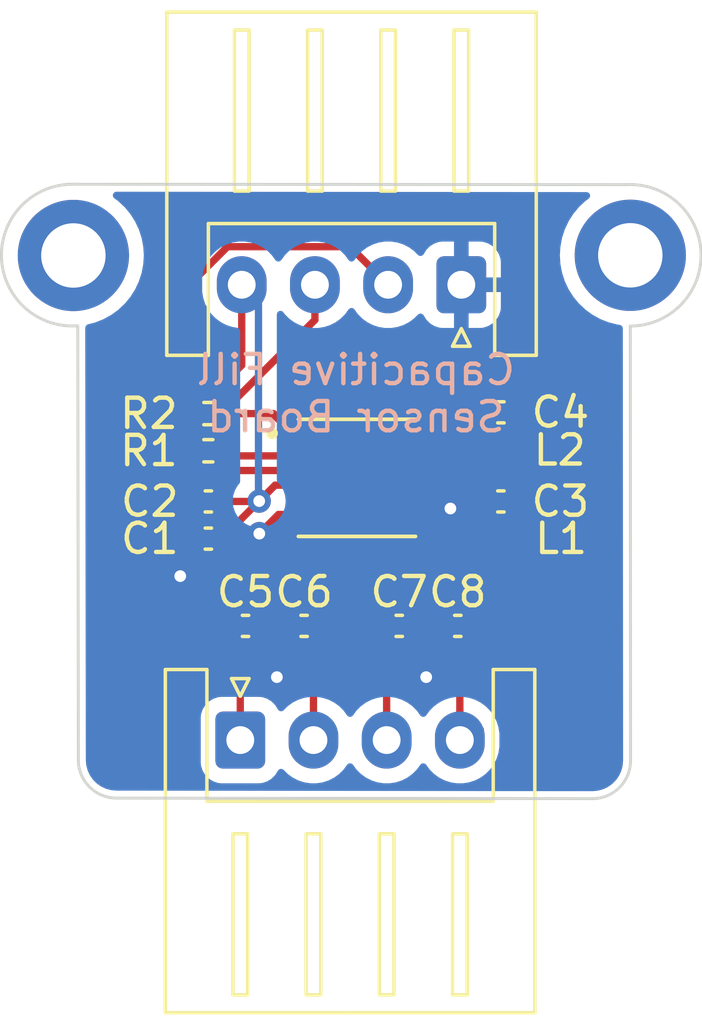
<source format=kicad_pcb>
(kicad_pcb (version 20240108) (generator "pcbnew") (generator_version "8.0")
  (layers (0 "F.Cu" signal) (1 "In1.Cu" power) (2 "In2.Cu" power) (31 "B.Cu" signal) (34 "B.Paste" user) (35 "F.Paste" user) (36 "B.SilkS" user "B.Silkscreen") (37 "F.SilkS" user "F.Silkscreen") (38 "B.Mask" user) (39 "F.Mask" user) (44 "Edge.Cuts" user))
  (net 0 "")
  (net 1 "VDD")
  (net 2 "GND")
  (net 3 "IN0A")
  (net 4 "IN0B")
  (net 5 "IN1A")
  (net 6 "IN1B")
  (net 7 "SDA")
  (net 8 "SCL")
  (footprint "Resistor_SMD:R_0402_1005Metric" (layer "F.Cu") (at 104.46 59 180)
    (property "Reference" "R2" (at 2.032 0 0) (layer "F.SilkS"))
    (property "Value" "1k" (hide yes))
    (fp_line (start -0.153641 0.38) (end 0.153641 0.38) (stroke (width 0.12)) (layer "F.SilkS"))
    (fp_line (start -0.153641 -0.38) (end 0.153641 -0.38) (stroke (width 0.12)) (layer "F.SilkS"))
    (pad "1" smd roundrect (at -0.51 0 180) (size 0.54 0.64) (layers "F.Cu" "F.Paste" "F.Mask") (net 8 "SCL"))
    (pad "2" smd roundrect (at 0.51 0 180) (size 0.54 0.64) (layers "F.Cu" "F.Paste" "F.Mask") (net 1 "VDD"))
  )
  (footprint "Capacitor_SMD:C_0402_1005Metric" (layer "F.Cu") (at 107.73 66.25)
    (property "Reference" "C6" (at 0 -1.16 0) (layer "F.SilkS"))
    (property "Value" "18p" (hide yes))
    (fp_line (start -0.107836 -0.36) (end 0.107836 -0.36) (stroke (width 0.12)) (layer "F.SilkS"))
    (fp_line (start -0.107836 0.36) (end 0.107836 0.36) (stroke (width 0.12)) (layer "F.SilkS"))
    (pad "1" smd roundrect (at -0.48 0) (size 0.56 0.62) (layers "F.Cu" "F.Paste" "F.Mask") (net 2 "GND"))
    (pad "2" smd roundrect (at 0.48 0) (size 0.56 0.62) (layers "F.Cu" "F.Paste" "F.Mask") (net 4 "IN0B"))
  )
  (footprint "MountingHole:MountingHole_2.2mm_M2_DIN965_Pad" (layer "F.Cu") (at 118.872 53.594)
    (property "Reference" "REF**" (hide yes))
    (property "Value" "MountingHole_2.2mm_M2_DIN965_Pad" (hide yes))
    (pad "1" thru_hole circle (at 0 0) (size 3.8 3.8) (drill 2.2) (layers "*.Cu" "*.Mask"))
  )
  (footprint "Connector_JST:JST_XH_S4B-XH-A_1x04_P2.50mm_Horizontal" (layer "F.Cu") (at 113.1 54.6 180)
    (property "Reference" "J1" (hide yes))
    (property "Value" "Conn_01x04_Pin" (hide yes))
    (fp_line (start 10.06 9.31) (end 10.06 -2.41) (stroke (width 0.12)) (layer "F.SilkS"))
    (fp_line (start 10.06 -2.41) (end 8.64 -2.41) (stroke (width 0.12)) (layer "F.SilkS"))
    (fp_line (start 8.64 2.09) (end 3.75 2.09) (stroke (width 0.12)) (layer "F.SilkS"))
    (fp_line (start 8.64 -2.41) (end 8.64 2.09) (stroke (width 0.12)) (layer "F.SilkS"))
    (fp_line (start 7.75 8.7) (end 7.75 3.2) (stroke (width 0.12)) (layer "F.SilkS"))
    (fp_line (start 7.75 3.2) (end 7.25 3.2) (stroke (width 0.12)) (layer "F.SilkS"))
    (fp_line (start 7.25 8.7) (end 7.75 8.7) (stroke (width 0.12)) (layer "F.SilkS"))
    (fp_line (start 7.25 3.2) (end 7.25 8.7) (stroke (width 0.12)) (layer "F.SilkS"))
    (fp_line (start 5.25 8.7) (end 5.25 3.2) (stroke (width 0.12)) (layer "F.SilkS"))
    (fp_line (start 5.25 3.2) (end 4.75 3.2) (stroke (width 0.12)) (layer "F.SilkS"))
    (fp_line (start 4.75 8.7) (end 5.25 8.7) (stroke (width 0.12)) (layer "F.SilkS"))
    (fp_line (start 4.75 3.2) (end 4.75 8.7) (stroke (width 0.12)) (layer "F.SilkS"))
    (fp_line (start 3.75 9.31) (end 10.06 9.31) (stroke (width 0.12)) (layer "F.SilkS"))
    (fp_line (start 3.75 9.31) (end -2.56 9.31) (stroke (width 0.12)) (layer "F.SilkS"))
    (fp_line (start 2.75 8.7) (end 2.75 3.2) (stroke (width 0.12)) (layer "F.SilkS"))
    (fp_line (start 2.75 3.2) (end 2.25 3.2) (stroke (width 0.12)) (layer "F.SilkS"))
    (fp_line (start 2.25 8.7) (end 2.75 8.7) (stroke (width 0.12)) (layer "F.SilkS"))
    (fp_line (start 2.25 3.2) (end 2.25 8.7) (stroke (width 0.12)) (layer "F.SilkS"))
    (fp_line (start 0.3 -2.1) (end 0 -1.5) (stroke (width 0.12)) (layer "F.SilkS"))
    (fp_line (start 0.25 8.7) (end 0.25 3.2) (stroke (width 0.12)) (layer "F.SilkS"))
    (fp_line (start 0.25 3.2) (end -0.25 3.2) (stroke (width 0.12)) (layer "F.SilkS"))
    (fp_line (start 0 -1.5) (end -0.3 -2.1) (stroke (width 0.12)) (layer "F.SilkS"))
    (fp_line (start -0.25 8.7) (end 0.25 8.7) (stroke (width 0.12)) (layer "F.SilkS"))
    (fp_line (start -0.25 3.2) (end -0.25 8.7) (stroke (width 0.12)) (layer "F.SilkS"))
    (fp_line (start -0.3 -2.1) (end 0.3 -2.1) (stroke (width 0.12)) (layer "F.SilkS"))
    (fp_line (start -1.14 2.09) (end 3.75 2.09) (stroke (width 0.12)) (layer "F.SilkS"))
    (fp_line (start -1.14 -2.41) (end -1.14 2.09) (stroke (width 0.12)) (layer "F.SilkS"))
    (fp_line (start -2.56 9.31) (end -2.56 -2.41) (stroke (width 0.12)) (layer "F.SilkS"))
    (fp_line (start -2.56 -2.41) (end -1.14 -2.41) (stroke (width 0.12)) (layer "F.SilkS"))
    (pad "1" thru_hole roundrect (at 0 0 180) (size 1.7 1.95) (drill 0.95) (layers "*.Cu" "*.Mask") (roundrect_rratio 0.147059) (net 2 "GND"))
    (pad "2" thru_hole oval (at 2.5 0 180) (size 1.7 1.95) (drill 0.95) (layers "*.Cu" "*.Mask") (net 7 "SDA"))
    (pad "3" thru_hole oval (at 5 0 180) (size 1.7 1.95) (drill 0.95) (layers "*.Cu" "*.Mask") (net 8 "SCL"))
    (pad "4" thru_hole oval (at 7.5 0 180) (size 1.7 1.95) (drill 0.95) (layers "*.Cu" "*.Mask") (net 1 "VDD"))
  )
  (footprint "Capacitor_SMD:C_0402_1005Metric" (layer "F.Cu") (at 104.46 62 180)
    (property "Reference" "C2" (at 2 0 180) (layer "F.SilkS"))
    (property "Value" "1u" (hide yes))
    (fp_line (start -0.107836 0.36) (end 0.107836 0.36) (stroke (width 0.12)) (layer "F.SilkS"))
    (fp_line (start -0.107836 -0.36) (end 0.107836 -0.36) (stroke (width 0.12)) (layer "F.SilkS"))
    (pad "1" smd roundrect (at -0.48 0 180) (size 0.56 0.62) (layers "F.Cu" "F.Paste" "F.Mask") (net 1 "VDD"))
    (pad "2" smd roundrect (at 0.48 0 180) (size 0.56 0.62) (layers "F.Cu" "F.Paste" "F.Mask") (net 2 "GND"))
  )
  (footprint "Inductor_SMD:L_0402_1005Metric" (layer "F.Cu") (at 114.452 63.27)
    (property "Reference" "L1" (at 2.055 0 180) (layer "F.SilkS"))
    (property "Value" "18u" (hide yes))
    (pad "1" smd roundrect (at -0.485 0) (size 0.59 0.64) (layers "F.Cu" "F.Paste" "F.Mask") (net 3 "IN0A"))
    (pad "2" smd roundrect (at 0.485 0) (size 0.59 0.64) (layers "F.Cu" "F.Paste" "F.Mask") (net 4 "IN0B"))
  )
  (footprint "Capacitor_SMD:C_0402_1005Metric" (layer "F.Cu") (at 104.46 63.27 180)
    (property "Reference" "C1" (at 2 0 180) (layer "F.SilkS"))
    (property "Value" "0.1u" (hide yes))
    (fp_line (start -0.107836 0.36) (end 0.107836 0.36) (stroke (width 0.12)) (layer "F.SilkS"))
    (fp_line (start -0.107836 -0.36) (end 0.107836 -0.36) (stroke (width 0.12)) (layer "F.SilkS"))
    (pad "1" smd roundrect (at -0.48 0 180) (size 0.56 0.62) (layers "F.Cu" "F.Paste" "F.Mask") (net 1 "VDD"))
    (pad "2" smd roundrect (at 0.48 0 180) (size 0.56 0.62) (layers "F.Cu" "F.Paste" "F.Mask") (net 2 "GND"))
  )
  (footprint "Resistor_SMD:R_0402_1005Metric" (layer "F.Cu") (at 104.46 60.27)
    (property "Reference" "R1" (at -2.032 0 0) (layer "F.SilkS"))
    (property "Value" "1k" (hide yes))
    (fp_line (start -0.153641 -0.38) (end 0.153641 -0.38) (stroke (width 0.12)) (layer "F.SilkS"))
    (fp_line (start -0.153641 0.38) (end 0.153641 0.38) (stroke (width 0.12)) (layer "F.SilkS"))
    (pad "1" smd roundrect (at -0.51 0) (size 0.54 0.64) (layers "F.Cu" "F.Paste" "F.Mask") (net 1 "VDD"))
    (pad "2" smd roundrect (at 0.51 0) (size 0.54 0.64) (layers "F.Cu" "F.Paste" "F.Mask") (net 7 "SDA"))
  )
  (footprint "Capacitor_SMD:C_0402_1005Metric" (layer "F.Cu") (at 114.452 62)
    (property "Reference" "C3" (at 2.032 0 0) (layer "F.SilkS"))
    (property "Value" "33p" (hide yes))
    (fp_line (start -0.107836 -0.36) (end 0.107836 -0.36) (stroke (width 0.12)) (layer "F.SilkS"))
    (fp_line (start -0.107836 0.36) (end 0.107836 0.36) (stroke (width 0.12)) (layer "F.SilkS"))
    (pad "1" smd roundrect (at -0.48 0) (size 0.56 0.62) (layers "F.Cu" "F.Paste" "F.Mask") (net 3 "IN0A"))
    (pad "2" smd roundrect (at 0.48 0) (size 0.56 0.62) (layers "F.Cu" "F.Paste" "F.Mask") (net 4 "IN0B"))
  )
  (footprint "Connector_JST:JST_XH_S4B-XH-A_1x04_P2.50mm_Horizontal" (layer "F.Cu") (at 105.55 70.15)
    (property "Reference" "J2" (hide yes))
    (property "Value" "Conn_01x04_Pin" (hide yes))
    (fp_line (start -2.56 -2.41) (end -1.14 -2.41) (stroke (width 0.12)) (layer "F.SilkS"))
    (fp_line (start -2.56 9.31) (end -2.56 -2.41) (stroke (width 0.12)) (layer "F.SilkS"))
    (fp_line (start -1.14 -2.41) (end -1.14 2.09) (stroke (width 0.12)) (layer "F.SilkS"))
    (fp_line (start -1.14 2.09) (end 3.75 2.09) (stroke (width 0.12)) (layer "F.SilkS"))
    (fp_line (start -0.3 -2.1) (end 0.3 -2.1) (stroke (width 0.12)) (layer "F.SilkS"))
    (fp_line (start -0.25 3.2) (end -0.25 8.7) (stroke (width 0.12)) (layer "F.SilkS"))
    (fp_line (start -0.25 8.7) (end 0.25 8.7) (stroke (width 0.12)) (layer "F.SilkS"))
    (fp_line (start 0 -1.5) (end -0.3 -2.1) (stroke (width 0.12)) (layer "F.SilkS"))
    (fp_line (start 0.25 3.2) (end -0.25 3.2) (stroke (width 0.12)) (layer "F.SilkS"))
    (fp_line (start 0.25 8.7) (end 0.25 3.2) (stroke (width 0.12)) (layer "F.SilkS"))
    (fp_line (start 0.3 -2.1) (end 0 -1.5) (stroke (width 0.12)) (layer "F.SilkS"))
    (fp_line (start 2.25 3.2) (end 2.25 8.7) (stroke (width 0.12)) (layer "F.SilkS"))
    (fp_line (start 2.25 8.7) (end 2.75 8.7) (stroke (width 0.12)) (layer "F.SilkS"))
    (fp_line (start 2.75 3.2) (end 2.25 3.2) (stroke (width 0.12)) (layer "F.SilkS"))
    (fp_line (start 2.75 8.7) (end 2.75 3.2) (stroke (width 0.12)) (layer "F.SilkS"))
    (fp_line (start 3.75 9.31) (end -2.56 9.31) (stroke (width 0.12)) (layer "F.SilkS"))
    (fp_line (start 3.75 9.31) (end 10.06 9.31) (stroke (width 0.12)) (layer "F.SilkS"))
    (fp_line (start 4.75 3.2) (end 4.75 8.7) (stroke (width 0.12)) (layer "F.SilkS"))
    (fp_line (start 4.75 8.7) (end 5.25 8.7) (stroke (width 0.12)) (layer "F.SilkS"))
    (fp_line (start 5.25 3.2) (end 4.75 3.2) (stroke (width 0.12)) (layer "F.SilkS"))
    (fp_line (start 5.25 8.7) (end 5.25 3.2) (stroke (width 0.12)) (layer "F.SilkS"))
    (fp_line (start 7.25 3.2) (end 7.25 8.7) (stroke (width 0.12)) (layer "F.SilkS"))
    (fp_line (start 7.25 8.7) (end 7.75 8.7) (stroke (width 0.12)) (layer "F.SilkS"))
    (fp_line (start 7.75 3.2) (end 7.25 3.2) (stroke (width 0.12)) (layer "F.SilkS"))
    (fp_line (start 7.75 8.7) (end 7.75 3.2) (stroke (width 0.12)) (layer "F.SilkS"))
    (fp_line (start 8.64 -2.41) (end 8.64 2.09) (stroke (width 0.12)) (layer "F.SilkS"))
    (fp_line (start 8.64 2.09) (end 3.75 2.09) (stroke (width 0.12)) (layer "F.SilkS"))
    (fp_line (start 10.06 -2.41) (end 8.64 -2.41) (stroke (width 0.12)) (layer "F.SilkS"))
    (fp_line (start 10.06 9.31) (end 10.06 -2.41) (stroke (width 0.12)) (layer "F.SilkS"))
    (pad "1" thru_hole roundrect (at 0 0) (size 1.7 1.95) (drill 0.95) (layers "*.Cu" "*.Mask") (roundrect_rratio 0.147059) (net 3 "IN0A"))
    (pad "2" thru_hole oval (at 2.5 0) (size 1.7 1.95) (drill 0.95) (layers "*.Cu" "*.Mask") (net 4 "IN0B"))
    (pad "3" thru_hole oval (at 5 0) (size 1.7 1.95) (drill 0.95) (layers "*.Cu" "*.Mask") (net 5 "IN1A"))
    (pad "4" thru_hole oval (at 7.5 0) (size 1.7 1.95) (drill 0.95) (layers "*.Cu" "*.Mask") (net 6 "IN1B"))
  )
  (footprint "Capacitor_SMD:C_0402_1005Metric" (layer "F.Cu") (at 105.73 66.25)
    (property "Reference" "C5" (at 0 -1.16 0) (layer "F.SilkS"))
    (property "Value" "18p" (hide yes))
    (fp_line (start -0.107836 -0.36) (end 0.107836 -0.36) (stroke (width 0.12)) (layer "F.SilkS"))
    (fp_line (start -0.107836 0.36) (end 0.107836 0.36) (stroke (width 0.12)) (layer "F.SilkS"))
    (pad "1" smd roundrect (at -0.48 0) (size 0.56 0.62) (layers "F.Cu" "F.Paste" "F.Mask") (net 3 "IN0A"))
    (pad "2" smd roundrect (at 0.48 0) (size 0.56 0.62) (layers "F.Cu" "F.Paste" "F.Mask") (net 2 "GND"))
  )
  (footprint "Capacitor_SMD:C_0402_1005Metric" (layer "F.Cu") (at 112.98 66.25)
    (property "Reference" "C8" (at 0 -1.16 0) (layer "F.SilkS"))
    (property "Value" "18p" (hide yes))
    (fp_line (start -0.107836 -0.36) (end 0.107836 -0.36) (stroke (width 0.12)) (layer "F.SilkS"))
    (fp_line (start -0.107836 0.36) (end 0.107836 0.36) (stroke (width 0.12)) (layer "F.SilkS"))
    (pad "1" smd roundrect (at -0.48 0) (size 0.56 0.62) (layers "F.Cu" "F.Paste" "F.Mask") (net 2 "GND"))
    (pad "2" smd roundrect (at 0.48 0) (size 0.56 0.62) (layers "F.Cu" "F.Paste" "F.Mask") (net 6 "IN1B"))
  )
  (footprint "Inductor_SMD:L_0402_1005Metric" (layer "F.Cu") (at 114.452 60.227)
    (property "Reference" "L2" (at 2.008 0.023 0) (layer "F.SilkS"))
    (property "Value" "18u" (hide yes))
    (pad "1" smd roundrect (at -0.485 0) (size 0.59 0.64) (layers "F.Cu" "F.Paste" "F.Mask") (net 5 "IN1A"))
    (pad "2" smd roundrect (at 0.485 0) (size 0.59 0.64) (layers "F.Cu" "F.Paste" "F.Mask") (net 6 "IN1B"))
  )
  (footprint "Capacitor_SMD:C_0402_1005Metric" (layer "F.Cu") (at 110.98 66.25)
    (property "Reference" "C7" (at 0 -1.16 0) (layer "F.SilkS"))
    (property "Value" "18p" (hide yes))
    (fp_line (start -0.107836 -0.36) (end 0.107836 -0.36) (stroke (width 0.12)) (layer "F.SilkS"))
    (fp_line (start -0.107836 0.36) (end 0.107836 0.36) (stroke (width 0.12)) (layer "F.SilkS"))
    (pad "1" smd roundrect (at -0.48 0) (size 0.56 0.62) (layers "F.Cu" "F.Paste" "F.Mask") (net 5 "IN1A"))
    (pad "2" smd roundrect (at 0.48 0) (size 0.56 0.62) (layers "F.Cu" "F.Paste" "F.Mask") (net 2 "GND"))
  )
  (footprint "Capacitor_SMD:C_0402_1005Metric" (layer "F.Cu") (at 114.452 58.957)
    (property "Reference" "C4" (at 2.032 0 0) (layer "F.SilkS"))
    (property "Value" "33p" (hide yes))
    (fp_line (start -0.107836 -0.36) (end 0.107836 -0.36) (stroke (width 0.12)) (layer "F.SilkS"))
    (fp_line (start -0.107836 0.36) (end 0.107836 0.36) (stroke (width 0.12)) (layer "F.SilkS"))
    (pad "1" smd roundrect (at -0.48 0) (size 0.56 0.62) (layers "F.Cu" "F.Paste" "F.Mask") (net 5 "IN1A"))
    (pad "2" smd roundrect (at 0.48 0) (size 0.56 0.62) (layers "F.Cu" "F.Paste" "F.Mask") (net 6 "IN1B"))
  )
  (footprint "MountingHole:MountingHole_2.2mm_M2_DIN965_Pad" (layer "F.Cu") (at 99.85 53.6)
    (property "Reference" "REF**" (hide yes))
    (property "Value" "MountingHole_2.2mm_M2_DIN965_Pad" (hide yes))
    (pad "1" thru_hole circle (at 0 0) (size 3.8 3.8) (drill 2.2) (layers "*.Cu" "*.Mask"))
  )
  (footprint "AD7150BRMZ:SON50P400X400X100-13N" (layer "F.Cu") (at 109.535 61.194)
    (property "Reference" "U1" (hide yes))
    (property "Value" "FDC2212QDNTTQ1" (hide yes))
    (fp_line (start -2 -2) (end 2 -2) (stroke (width 0.127)) (layer "F.SilkS"))
    (fp_line (start -2 2) (end 2 2) (stroke (width 0.127)) (layer "F.SilkS"))
    (fp_circle (center -2.9 -1.52) (end -2.8 -1.52) (stroke (width 0.2)) (fill none) (layer "F.SilkS"))
    (pad "1" smd roundrect (at -1.935 -1.25) (size 0.86 0.27) (layers "F.Cu" "F.Paste" "F.Mask") (roundrect_rratio 0.03) (net 8 "SCL"))
    (pad "2" smd roundrect (at -1.935 -0.75) (size 0.86 0.27) (layers "F.Cu" "F.Paste" "F.Mask") (roundrect_rratio 0.03) (net 7 "SDA"))
    (pad "3" smd roundrect (at -1.935 -0.25) (size 0.86 0.27) (layers "F.Cu" "F.Paste" "F.Mask") (roundrect_rratio 0.03) (net 2 "GND"))
    (pad "4" smd roundrect (at -1.935 0.25) (size 0.86 0.27) (layers "F.Cu" "F.Paste" "F.Mask") (roundrect_rratio 0.03) (net 1 "VDD"))
    (pad "5" smd roundrect (at -1.935 0.75) (size 0.86 0.27) (layers "F.Cu" "F.Paste" "F.Mask") (roundrect_rratio 0.03))
    (pad "6" smd roundrect (at -1.935 1.25) (size 0.86 0.27) (layers "F.Cu" "F.Paste" "F.Mask") (roundrect_rratio 0.03) (net 2 "GND"))
    (pad "7" smd roundrect (at 1.935 1.25) (size 0.86 0.27) (layers "F.Cu" "F.Paste" "F.Mask") (roundrect_rratio 0.03) (net 1 "VDD"))
    (pad "8" smd roundrect (at 1.935 0.75) (size 0.86 0.27) (layers "F.Cu" "F.Paste" "F.Mask") (roundrect_rratio 0.03) (net 2 "GND"))
    (pad "9" smd roundrect (at 1.935 0.25) (size 0.86 0.27) (layers "F.Cu" "F.Paste" "F.Mask") (roundrect_rratio 0.03) (net 3 "IN0A"))
    (pad "10" smd roundrect (at 1.935 -0.25) (size 0.86 0.27) (layers "F.Cu" "F.Paste" "F.Mask") (roundrect_rratio 0.03) (net 4 "IN0B"))
    (pad "11" smd roundrect (at 1.935 -0.75) (size 0.86 0.27) (layers "F.Cu" "F.Paste" "F.Mask") (roundrect_rratio 0.03) (net 5 "IN1A"))
    (pad "12" smd roundrect (at 1.935 -1.25) (size 0.86 0.27) (layers "F.Cu" "F.Paste" "F.Mask") (roundrect_rratio 0.03) (net 6 "IN1B"))
    (pad "13" smd rect (at 0 0) (size 2.6 3) (layers "F.Cu" "F.Mask"))
  )
  (gr_line (start 118.872 56.010082) (end 118.880761 70.85) (stroke (width 0.1)) (layer "Edge.Cuts"))
  (gr_line (start 100.019239 70.830761) (end 100 56) (stroke (width 0.1)) (layer "Edge.Cuts"))
  (gr_line (start 99.848603 51.167058) (end 118.75 51.181) (stroke (width 0.1)) (layer "Edge.Cuts"))
  (gr_arc (start 118.75 51.181) (mid 121.287311 53.532981) (end 118.872 56.010082) (stroke (width 0.1)) (layer "Edge.Cuts"))
  (gr_arc (start 118.880761 70.85) (mid 118.5 71.769239) (end 117.580761 72.15) (stroke (width 0.1)) (layer "Edge.Cuts"))
  (gr_arc (start 101.319239 72.130761) (mid 100.4 71.75) (end 100.019239 70.830761) (stroke (width 0.1)) (layer "Edge.Cuts"))
  (gr_line (start 117.580761 72.15) (end 101.319239 72.130761) (stroke (width 0.1)) (layer "Edge.Cuts"))
  (gr_arc (start 100 56) (mid 97.394497 53.662778) (end 99.848603 51.167058) (stroke (width 0.1)) (layer "Edge.Cuts"))
  (gr_text "Capacitive Fill\nSensor Board" (at 109.5 59.7 0) (layer "B.SilkS") (effects (font (size 1 1)) (justify bottom mirror)))
  (segment (start 104.94 63.27) (end 104.94 63.244693) (width 0.25) (layer "F.Cu") (net 1))
  (segment (start 109.929 64.25) (end 105.92 64.25) (width 0.25) (layer "F.Cu") (net 1))
  (segment (start 103.95 59) (end 103.95 60.27) (width 0.25) (layer "F.Cu") (net 1))
  (segment (start 106.184693 62) (end 106.196286 61.988407) (width 0.25) (layer "F.Cu") (net 1))
  (segment (start 105.6 54.6) (end 105.6 57.35) (width 0.25) (layer "F.Cu") (net 1))
  (segment (start 103.98 60.3) (end 103.95 60.27) (width 0.25) (layer "F.Cu") (net 1))
  (segment (start 107.6 61.444) (end 106.740693 61.444) (width 0.25) (layer "F.Cu") (net 1))
  (segment (start 104.94 63.244693) (end 106.196286 61.988407) (width 0.25) (layer "F.Cu") (net 1))
  (segment (start 111.47 62.709) (end 109.929 64.25) (width 0.25) (layer "F.Cu") (net 1))
  (segment (start 105.6 57.35) (end 103.95 59) (width 0.25) (layer "F.Cu") (net 1))
  (segment (start 104.94 62) (end 106.184693 62) (width 0.25) (layer "F.Cu") (net 1))
  (segment (start 106.740693 61.444) (end 106.196286 61.988407) (width 0.25) (layer "F.Cu") (net 1))
  (segment (start 111.47 62.444) (end 111.47 62.709) (width 0.25) (layer "F.Cu") (net 1))
  (segment (start 105.92 64.25) (end 104.94 63.27) (width 0.25) (layer "F.Cu") (net 1))
  (via (at 106.196286 61.988407) (size 0.8) (drill 0.4) (layers "F.Cu" "B.Cu") (net 1))
  (segment (start 106.172 61.674121) (end 106.172 54.864) (width 0.25) (layer "B.Cu") (net 1))
  (segment (start 111.47 61.944) (end 112.429701 61.944) (width 0.25) (layer "F.Cu") (net 2))
  (segment (start 103.98 62) (end 103.98 63.27) (width 0.25) (layer "F.Cu") (net 2))
  (segment (start 103.5 64.55) (end 103.5 63.75) (width 0.25) (layer "F.Cu") (net 2))
  (segment (start 106.8 68) (end 106.8 66.7) (width 0.25) (layer "F.Cu") (net 2))
  (segment (start 103.98 62) (end 103.98 61.98851) (width 0.25) (layer "F.Cu") (net 2))
  (segment (start 111.46 66.25) (end 112.5 66.25) (width 0.25) (layer "F.Cu") (net 2))
  (segment (start 106.8 66.7) (end 107.25 66.25) (width 0.25) (layer "F.Cu") (net 2))
  (segment (start 111.9 68) (end 111.9 66.69) (width 0.25) (layer "F.Cu") (net 2))
  (segment (start 105.02451 60.944) (end 107.6 60.944) (width 0.25) (layer "F.Cu") (net 2))
  (segment (start 106.21 66.25) (end 107.25 66.25) (width 0.25) (layer "F.Cu") (net 2))
  (segment (start 112.429701 61.944) (end 112.72785 62.242149) (width 0.25) (layer "F.Cu") (net 2))
  (segment (start 103.5 63.75) (end 103.98 63.27) (width 0.25) (layer "F.Cu") (net 2))
  (segment (start 107.6 62.444) (end 106.856 62.444) (width 0.25) (layer "F.Cu") (net 2))
  (segment (start 103.98 61.98851) (end 105.02451 60.944) (width 0.25) (layer "F.Cu") (net 2))
  (segment (start 111.9 66.69) (end 111.46 66.25) (width 0.25) (layer "F.Cu") (net 2))
  (segment (start 106.856 62.444) (end 106.2 63.1) (width 0.25) (layer "F.Cu") (net 2))
  (via (at 103.5 64.55) (size 0.8) (drill 0.4) (layers "F.Cu" "B.Cu") (net 2))
  (via (at 106.2 63.1) (size 0.8) (drill 0.4) (layers "F.Cu" "B.Cu") (net 2))
  (via (at 112.72785 62.242149) (size 0.8) (drill 0.4) (layers "F.Cu" "B.Cu") (net 2))
  (via (at 111.9 68) (size 0.8) (drill 0.4) (layers "F.Cu" "B.Cu") (net 2))
  (via (at 106.8 68) (size 0.8) (drill 0.4) (layers "F.Cu" "B.Cu") (net 2))
  (segment (start 113.510299 62) (end 113.972 62) (width 0.25) (layer "F.Cu") (net 3))
  (segment (start 113.256299 61.746) (end 113.510299 62) (width 0.25) (layer "F.Cu") (net 3))
  (segment (start 105.969999 65.490001) (end 105.25 66.21) (width 0.25) (layer "F.Cu") (net 3))
  (segment (start 105.25 66.65) (end 105.55 66.95) (width 0.25) (layer "F.Cu") (net 3))
  (segment (start 112.954299 61.444) (end 113.256299 61.746) (width 0.25) (layer "F.Cu") (net 3))
  (segment (start 109.623604 64.7) (end 108.833603 65.490001) (width 0.25) (layer "F.Cu") (net 3))
  (segment (start 108.833603 65.490001) (end 105.969999 65.490001) (width 0.25) (layer "F.Cu") (net 3))
  (segment (start 113.972 62) (end 113.972 63.265) (width 0.25) (layer "F.Cu") (net 3))
  (segment (start 111.803604 63.27) (end 110.373604 64.7) (width 0.25) (layer "F.Cu") (net 3))
  (segment (start 113.972 63.265) (end 113.967 63.27) (width 0.25) (layer "F.Cu") (net 3))
  (segment (start 110.373604 64.7) (end 109.623604 64.7) (width 0.25) (layer "F.Cu") (net 3))
  (segment (start 105.55 66.95) (end 105.55 70.15) (width 0.25) (layer "F.Cu") (net 3))
  (segment (start 113.967 63.27) (end 111.803604 63.27) (width 0.25) (layer "F.Cu") (net 3))
  (segment (start 105.25 66.25) (end 105.25 66.65) (width 0.25) (layer "F.Cu") (net 3))
  (segment (start 105.25 66.21) (end 105.25 66.25) (width 0.25) (layer "F.Cu") (net 3))
  (segment (start 111.47 61.444) (end 112.954299 61.444) (width 0.25) (layer "F.Cu") (net 3))
  (segment (start 114.932 63.265) (end 114.937 63.27) (width 0.25) (layer "F.Cu") (net 4))
  (segment (start 114.937 63.773) (end 114.937 63.27) (width 0.25) (layer "F.Cu") (net 4))
  (segment (start 114.932 62) (end 114.932 63.265) (width 0.25) (layer "F.Cu") (net 4))
  (segment (start 114.30849 61.365) (end 114.932 61.98851) (width 0.25) (layer "F.Cu") (net 4))
  (segment (start 108.21 66.25) (end 108.21 66.51) (width 0.25) (layer "F.Cu") (net 4))
  (segment (start 108.21 66.25) (end 108.71 66.25) (width 0.25) (layer "F.Cu") (net 4))
  (segment (start 114.932 61.98851) (end 114.932 62) (width 0.25) (layer "F.Cu") (net 4))
  (segment (start 113.575 61.365) (end 114.30849 61.365) (width 0.25) (layer "F.Cu") (net 4))
  (segment (start 111.47 60.944) (end 113.154 60.944) (width 0.25) (layer "F.Cu") (net 4))
  (segment (start 108.71 66.25) (end 109.795 65.165) (width 0.25) (layer "F.Cu") (net 4))
  (segment (start 108.21 66.51) (end 108.05 66.67) (width 0.25) (layer "F.Cu") (net 4))
  (segment (start 109.795 65.165) (end 113.545 65.165) (width 0.25) (layer "F.Cu") (net 4))
  (segment (start 113.545 65.165) (end 114.937 63.773) (width 0.25) (layer "F.Cu") (net 4))
  (segment (start 114.932 61.828848) (end 114.932 62) (width 0.25) (layer "F.Cu") (net 4))
  (segment (start 108.05 66.67) (end 108.05 70.15) (width 0.25) (layer "F.Cu") (net 4))
  (segment (start 113.154 60.944) (end 113.575 61.365) (width 0.25) (layer "F.Cu") (net 4))
  (segment (start 115.557 62.903) (end 115.557 63.903) (width 0.25) (layer "F.Cu") (net 5))
  (segment (start 113.972 58.957) (end 113.972 60.222) (width 0.25) (layer "F.Cu") (net 5))
  (segment (start 110.845 65.615) (end 110.5 65.96) (width 0.25) (layer "F.Cu") (net 5))
  (segment (start 111.47 60.444) (end 113.75 60.444) (width 0.25) (layer "F.Cu") (net 5))
  (segment (start 114.944886 61.365) (end 115.325 61.365) (width 0.25) (layer "F.Cu") (net 5))
  (segment (start 110.5 66.25) (end 110.5 66.4) (width 0.25) (layer "F.Cu") (net 5))
  (segment (start 115.325 61.365) (end 115.557 61.597) (width 0.25) (layer "F.Cu") (net 5))
  (segment (start 113.845 65.615) (end 110.845 65.615) (width 0.25) (layer "F.Cu") (net 5))
  (segment (start 115.557 61.597) (end 115.557 63.653) (width 0.25) (layer "F.Cu") (net 5))
  (segment (start 110.5 65.96) (end 110.5 66.25) (width 0.25) (layer "F.Cu") (net 5))
  (segment (start 113.967 60.227) (end 113.967 60.387114) (width 0.25) (layer "F.Cu") (net 5))
  (segment (start 115.557 63.903) (end 113.845 65.615) (width 0.25) (layer "F.Cu") (net 5))
  (segment (start 113.972 60.222) (end 113.967 60.227) (width 0.25) (layer "F.Cu") (net 5))
  (segment (start 110.5 66.4) (end 110.55 66.45) (width 0.25) (layer "F.Cu") (net 5))
  (segment (start 113.959 60.219) (end 113.967 60.227) (width 0.25) (layer "F.Cu") (net 5))
  (segment (start 110.79 69.84) (end 111 70.05) (width 0.25) (layer "F.Cu") (net 5))
  (segment (start 110.55 66.45) (end 110.55 70.15) (width 0.25) (layer "F.Cu") (net 5))
  (segment (start 113.967 60.387114) (end 114.944886 61.365) (width 0.25) (layer "F.Cu") (net 5))
  (segment (start 113.75 60.444) (end 113.967 60.227) (width 0.25) (layer "F.Cu") (net 5))
  (segment (start 111.47 59.944) (end 111.5335 59.8805) (width 0.25) (layer "F.Cu") (net 6))
  (segment (start 114.606999 58.322) (end 114.932 58.647001) (width 0.25) (layer "F.Cu") (net 6))
  (segment (start 114.932 60.222) (end 114.937 60.227) (width 0.25) (layer "F.Cu") (net 6))
  (segment (start 114.21 66.25) (end 116.007 64.453) (width 0.25) (layer "F.Cu") (net 6))
  (segment (start 113.455 58.317) (end 113.46 58.322) (width 0.25) (layer "F.Cu") (net 6))
  (segment (start 111.47 59.944) (end 113.097 58.317) (width 0.25) (layer "F.Cu") (net 6))
  (segment (start 113.05 70.15) (end 113.05 66.66) (width 0.25) (layer "F.Cu") (net 6))
  (segment (start 114.932 58.647001) (end 114.932 58.957) (width 0.25) (layer "F.Cu") (net 6))
  (segment (start 113.75 69.8) (end 113.5 70.05) (width 0.25) (layer "F.Cu") (net 6))
  (segment (start 113.46 66.25) (end 114.21 66.25) (width 0.25) (layer "F.Cu") (net 6))
  (segment (start 116.007 64.453) (end 116.007 61.297) (width 0.25) (layer "F.Cu") (net 6))
  (segment (start 116.007 64.453) (end 116.007 63.703) (width 0.25) (layer "F.Cu") (net 6))
  (segment (start 114.932 58.957) (end 114.932 60.222) (width 0.25) (layer "F.Cu") (net 6))
  (segment (start 113.097 58.317) (end 113.455 58.317) (width 0.25) (layer "F.Cu") (net 6))
  (segment (start 113.05 66.66) (end 113.46 66.25) (width 0.25) (layer "F.Cu") (net 6))
  (segment (start 116.007 61.297) (end 114.937 60.227) (width 0.25) (layer "F.Cu") (net 6))
  (segment (start 113.46 58.322) (end 114.606999 58.322) (width 0.25) (layer "F.Cu") (net 6))
  (segment (start 105.113299 53.3) (end 109.3 53.3) (width 0.25) (layer "F.Cu") (net 7))
  (segment (start 104.97 60.27) (end 104.325 60.915) (width 0.25) (layer "F.Cu") (net 7))
  (segment (start 109.3 53.3) (end 110.6 54.6) (width 0.25) (layer "F.Cu") (net 7))
  (segment (start 107.6 60.444) (end 107.592 60.452) (width 0.25) (layer "F.Cu") (net 7))
  (segment (start 104.97 60.27) (end 105.144 60.444) (width 0.25) (layer "F.Cu") (net 7))
  (segment (start 103.355 60.64928) (end 103.355 55.058299) (width 0.25) (layer "F.Cu") (net 7))
  (segment (start 104.325 60.915) (end 103.62072 60.915) (width 0.25) (layer "F.Cu") (net 7))
  (segment (start 103.62072 60.915) (end 103.355 60.64928) (width 0.25) (layer "F.Cu") (net 7))
  (segment (start 103.355 55.058299) (end 105.113299 53.3) (width 0.25) (layer "F.Cu") (net 7))
  (segment (start 105.144 60.444) (end 107.6 60.444) (width 0.25) (layer "F.Cu") (net 7))
  (segment (start 104.968 58.998) (end 104.97 59) (width 0.25) (layer "F.Cu") (net 8))
  (segment (start 106.686 59.03) (end 107.6 59.944) (width 0.25) (layer "F.Cu") (net 8))
  (segment (start 104.968 59) (end 104.968 58.998) (width 0.25) (layer "F.Cu") (net 8))
  (segment (start 106.686 59) (end 106.686 59.03) (width 0.25) (layer "F.Cu") (net 8))
  (segment (start 104.97 59) (end 104.968 59) (width 0.25) (layer "F.Cu") (net 8))
  (segment (start 104.97 58.93) (end 108.1 55.8) (width 0.25) (layer "F.Cu") (net 8))
  (segment (start 104.97 59) (end 106.686 59) (width 0.25) (layer "F.Cu") (net 8))
  (segment (start 104.97 59) (end 104.97 58.93) (width 0.25) (layer "F.Cu") (net 8))
  (segment (start 108.1 55.8) (end 108.1 54.6) (width 0.25) (layer "F.Cu") (net 8))
  (zone (net 2) (net_name "GND") (layer "B.Cu") (connect_pads (clearance 0.5)) (min_thickness 0.25) (fill yes (thermal_gap 0.5) (thermal_bridge_width 0.5))
    (polygon (pts (xy 100 72.1) (xy 118.85 72.1) (xy 118.85 56) (xy 119.85 55.8) (xy 120.75 55.1) (xy 121.15 54.4) (xy 121.3 53.6) (xy 121.2 52.95) (xy 120.95 52.35) (xy 120.55 51.85) (xy 120.1 51.5) (xy 119.7 51.3) (xy 119.25 51.2) (xy 118.85 51.15) (xy 99.9 51.15) (xy 99.5 51.2) (xy 99.05 51.3) (xy 98.6 51.5) (xy 98.25 51.75) (xy 98.05 51.9) (xy 97.8 52.2) (xy 97.6 52.55) (xy 97.45 53) (xy 97.4 53.3) (xy 97.4 53.75) (xy 97.5 54.2) (xy 97.7 54.75) (xy 97.95 55.1) (xy 98.3 55.5) (xy 98.7 55.75) (xy 99.15 55.9) (xy 99.55 56) (xy 100 56)))
  )
)
</source>
